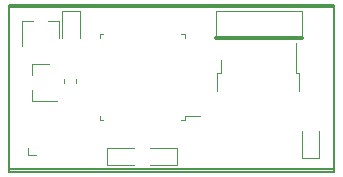
<source format=gto>
G75*
G70*
%OFA0B0*%
%FSLAX25Y25*%
%IPPOS*%
%LPD*%
%AMOC8*
5,1,8,0,0,1.08239X$1,22.5*
%
%ADD19C,0.00787*%
%ADD38C,0.00472*%
%ADD39C,0.01181*%
X0000000Y0000000D02*
%LPD*%
G01*
D19*
X0113563Y0060296D02*
X0005295Y0060296D01*
X0005295Y0005571D01*
X0113563Y0005571D01*
X0113563Y0060296D01*
X0004902Y0004469D02*
%LPD*%
G01*
D38*
X0027481Y0035769D02*
X0027481Y0034488D01*
X0023465Y0035769D02*
X0023465Y0034488D01*
X0012835Y0040709D02*
X0012835Y0037048D01*
X0012835Y0028268D02*
X0021339Y0028268D01*
X0012835Y0028268D02*
X0012835Y0031930D01*
X0012835Y0040709D02*
X0018583Y0040709D01*
X0075689Y0037619D02*
X0075689Y0041949D01*
X0101792Y0031713D02*
X0101792Y0037619D01*
X0074626Y0037619D02*
X0075689Y0037619D01*
X0074626Y0031713D02*
X0074626Y0037619D01*
X0100729Y0037619D02*
X0100729Y0047579D01*
X0101792Y0037619D02*
X0100729Y0037619D01*
X0052245Y0007087D02*
X0061241Y0007087D01*
X0061241Y0007087D02*
X0061241Y0012875D01*
X0061241Y0012875D02*
X0052245Y0012875D01*
X0102796Y0018347D02*
X0102796Y0009351D01*
X0108583Y0009351D02*
X0108583Y0018347D01*
X0102796Y0009351D02*
X0108583Y0009351D01*
X0037835Y0012875D02*
X0037835Y0007087D01*
X0046831Y0012875D02*
X0037835Y0012875D01*
X0037835Y0007087D02*
X0046831Y0007087D01*
X0063800Y0050571D02*
X0063800Y0049390D01*
X0035374Y0022146D02*
X0035374Y0023327D01*
X0036556Y0022146D02*
X0035374Y0022146D01*
X0063800Y0023327D02*
X0068977Y0023327D01*
X0062619Y0022146D02*
X0063800Y0022146D01*
X0063800Y0022146D02*
X0063800Y0023327D01*
X0035374Y0050571D02*
X0035374Y0049390D01*
X0062619Y0050571D02*
X0063800Y0050571D01*
X0036556Y0050571D02*
X0035374Y0050571D01*
X0009410Y0055099D02*
X0009410Y0046595D01*
X0021851Y0055099D02*
X0018189Y0055099D01*
X0021851Y0055099D02*
X0021851Y0049351D01*
X0009410Y0055099D02*
X0013071Y0055099D01*
X0022944Y0058465D02*
X0022944Y0049469D01*
X0028731Y0058465D02*
X0022944Y0058465D01*
X0028731Y0049469D02*
X0028731Y0058465D01*
D19*
X0113563Y0059587D02*
X0005296Y0059587D01*
X0005296Y0059587D02*
X0005296Y0004863D01*
X0005296Y0004863D02*
X0113563Y0004863D01*
X0113563Y0004863D02*
X0113563Y0059587D01*
D38*
X0014075Y0010296D02*
X0011575Y0010296D01*
X0011575Y0010296D02*
X0011575Y0012796D01*
D39*
X0102894Y0049449D02*
X0074154Y0049449D01*
D38*
X0102894Y0058504D02*
X0074154Y0058504D01*
X0074154Y0049449D02*
X0074154Y0058504D01*
X0102894Y0049449D02*
X0102894Y0058504D01*
M02*

</source>
